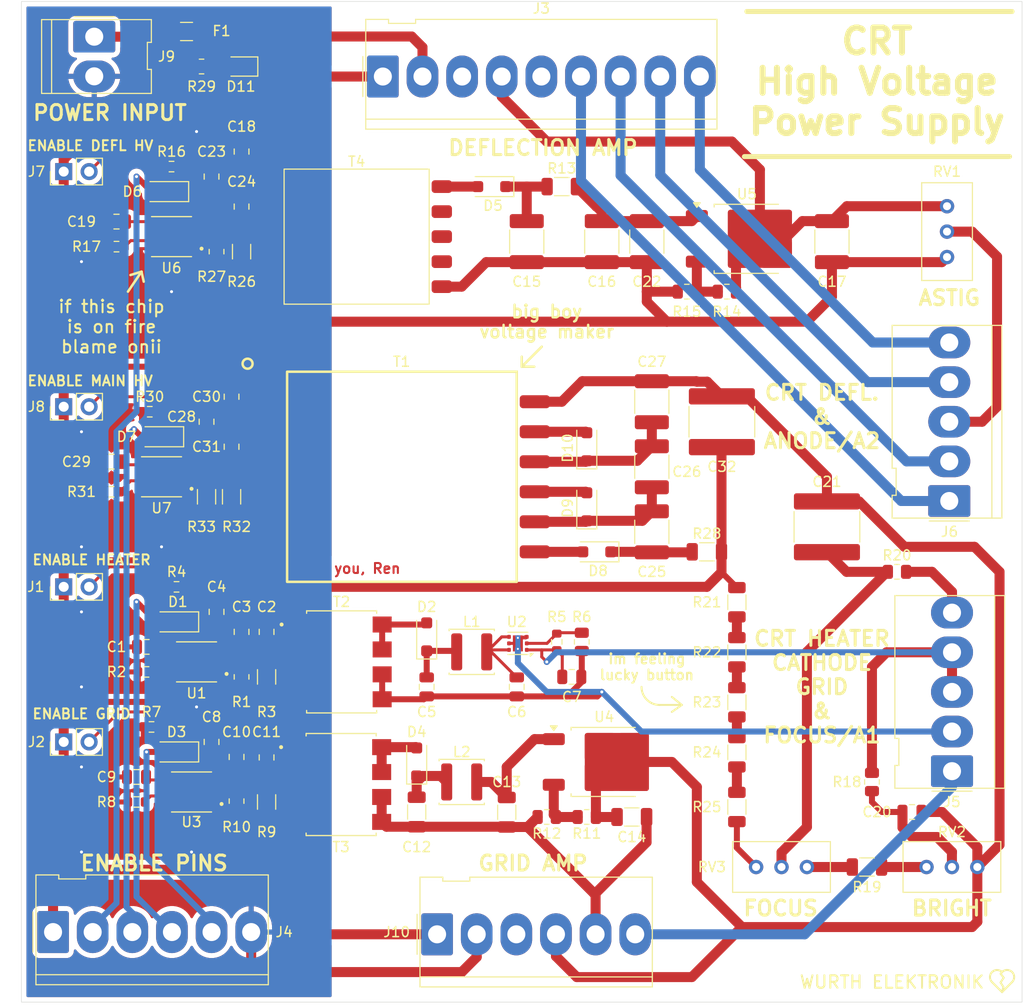
<source format=kicad_pcb>
(kicad_pcb (version 20241229) (generator "pcbnew") (generator_version "9.0")
  (layers (0 "F.Cu" signal) (2 "B.Cu" signal) (13 "F.Paste" user) (15 "B.Paste" user) (5 "F.SilkS" user "F.Silkscreen") (7 "B.SilkS" user "B.Silkscreen") (1 "F.Mask" user) (3 "B.Mask" user) (25 "Edge.Cuts" user))
  (net 0 "")
  (net 1 "Net-(U1-SS{slash}BIAS)")
  (net 2 "GND")
  (net 3 "+12V")
  (net 4 "Net-(C2-Pad2)")
  (net 5 "Net-(D2-K)")
  (net 6 "heater")
  (net 7 "Net-(U2-EN)")
  (net 8 "cathode")
  (net 9 "Net-(U3-SS{slash}BIAS)")
  (net 10 "Net-(C11-Pad2)")
  (net 11 "grid_supply")
  (net 12 "Net-(D4-K)")
  (net 13 "Net-(U4-IN)")
  (net 14 "-1500V")
  (net 15 "Net-(D5-K)")
  (net 16 "Net-(U5-IN)")
  (net 17 "+300V")
  (net 18 "Net-(U6-SS{slash}BIAS)")
  (net 19 "Net-(C20-Pad1)")
  (net 20 "Net-(C21-Pad1)")
  (net 21 "Net-(C24-Pad2)")
  (net 22 "Net-(D8-K)")
  (net 23 "Net-(D9-K)")
  (net 24 "Net-(D10-K)")
  (net 25 "Net-(U7-SS{slash}BIAS)")
  (net 26 "Net-(C31-Pad2)")
  (net 27 "/Filament Supply/ENABLE")
  (net 28 "Net-(D1-K)")
  (net 29 "Net-(D2-A)")
  (net 30 "Net-(D3-K)")
  (net 31 "/Grid Supply/ENABLE")
  (net 32 "Net-(D4-A)")
  (net 33 "Net-(D5-A)")
  (net 34 "Net-(D6-K)")
  (net 35 "/High Voltage Amp Supply/ENABLE")
  (net 36 "Net-(D7-K)")
  (net 37 "/Anode Supply/ENABLE")
  (net 38 "Net-(D8-A)")
  (net 39 "Net-(D9-A)")
  (net 40 "Net-(D10-A)")
  (net 41 "Net-(D11-A)")
  (net 42 "Net-(J9-Pin_1)")
  (net 43 "Net-(U1-SW)")
  (net 44 "Net-(U1-FB)")
  (net 45 "Net-(U1-RSET)")
  (net 46 "Net-(U2-FB)")
  (net 47 "Net-(U3-RSET)")
  (net 48 "Net-(U3-SW)")
  (net 49 "Net-(U3-FB)")
  (net 50 "Net-(U4-ADJ)")
  (net 51 "Net-(U5-ADJ)")
  (net 52 "Net-(U6-RSET)")
  (net 53 "Net-(R19-Pad1)")
  (net 54 "Net-(R19-Pad2)")
  (net 55 "focus")
  (net 56 "Net-(R21-Pad2)")
  (net 57 "Net-(R22-Pad2)")
  (net 58 "Net-(R23-Pad2)")
  (net 59 "Net-(R24-Pad2)")
  (net 60 "Net-(R25-Pad2)")
  (net 61 "Net-(U6-SW)")
  (net 62 "Net-(U6-FB)")
  (net 63 "Net-(U7-RSET)")
  (net 64 "Net-(U7-SW)")
  (net 65 "Net-(U7-FB)")
  (net 66 "anode")
  (net 73 "X2")
  (net 74 "Y2")
  (net 75 "Y1")
  (net 76 "X1")
  (net 77 "grid")
  (footprint "Capacitor_SMD:C_0805_2012Metric" (layer "F.Cu") (at 124 93.5 90)
    (property "Reference" "C30")
    (property "Value" "10u")
  )
  (footprint "Resistor_SMD:R_0805_2012Metric" (layer "F.Cu") (at 173.5 83 180)
    (property "Reference" "R14")
    (property "Value" "47k")
  )
  (footprint "Capacitor_SMD:C_0805_2012Metric" (layer "F.Cu") (at 124.5 129.5 90)
    (property "Reference" "C10")
    (property "Value" "10u")
  )
  (footprint "Capacitor_SMD:C_2225_5664Metric" (layer "F.Cu") (at 173 96 90)
    (property "Reference" "C32")
    (property "Value" "0.033u")
  )
  (footprint "Resistor_SMD:R_1206_3216Metric" (layer "F.Cu") (at 174.5 134.5 -90)
    (property "Reference" "R25")
    (property "Value" "500k")
  )
  (footprint "Resistor_SMD:R_1206_3216Metric" (layer "F.Cu") (at 121.5 103.5 90)
    (property "Reference" "R33")
    (property "Value" "500k")
  )
  (footprint "LM5180:SON80P400X400X80-9N" (layer "F.Cu") (at 120 133 180)
    (property "Reference" "U3")
    (property "Value" "LM5180QNGURQ1")
  )
  (footprint "YA9033-ALD:XFMR_YA9033-ALD" (layer "F.Cu") (at 135 120)
    (property "Reference" "T2")
    (property "Value" "YA9033-ALD")
  )
  (footprint "Connector_PinHeader_2.54mm:PinHeader_1x02_P2.54mm_Vertical" (layer "F.Cu") (at 107.225 128 90)
    (property "Reference" "J2")
    (property "Value" "ENABLE_OVERRIDE")
  )
  (footprint "Capacitor_SMD:C_0805_2012Metric" (layer "F.Cu") (at 112 99.99 180)
    (property "Reference" "C29")
    (property "Value" "47n")
  )
  (footprint "Resistor_SMD:R_0603_1608Metric" (layer "F.Cu") (at 112 103 180)
    (property "Reference" "R31")
    (property "Value" "12.1k")
  )
  (footprint "Capacitor_SMD:C_0805_2012Metric" (layer "F.Cu") (at 127.5 117 -90)
    (property "Reference" "C2")
    (property "Value" "270p")
  )
  (footprint "Capacitor_SMD:C_0805_2012Metric" (layer "F.Cu") (at 122.5 115 90)
    (property "Reference" "C4")
    (property "Value" "10u")
  )
  (footprint "Capacitor_SMD:C_1812_4532Metric" (layer "F.Cu") (at 166 107 90)
    (property "Reference" "C25")
    (property "Value" "0.22u")
  )
  (footprint "Resistor_SMD:R_1206_3216Metric" (layer "F.Cu") (at 157 72.5)
    (property "Reference" "R13")
    (property "Value" "220")
  )
  (footprint "LM5180:SON80P400X400X80-9N" (layer "F.Cu") (at 118 77.5 180)
    (property "Reference" "U6")
    (property "Value" "LM5180QNGURQ1")
  )
  (footprint "Diode_SMD:D_SOD-123F" (layer "F.Cu") (at 159.5 104.5 90)
    (property "Reference" "D9")
    (property "Value" "800V")
  )
  (footprint "Package_TO_SOT_SMD:TO-252-2" (layer "F.Cu") (at 175.54 77.72)
    (property "Reference" "U5")
    (property "Value" "LR8K4-G")
  )
  (footprint "Capacitor_SMD:C_1206_3216Metric" (layer "F.Cu") (at 164 135.5)
    (property "Reference" "C14")
    (property "Value" "2.2u")
  )
  (footprint "Capacitor_SMD:C_0805_2012Metric" (layer "F.Cu") (at 124 98.5 -90)
    (property "Reference" "C31")
    (property "Value" "270p")
  )
  (footprint "Diode_SMD:D_SOD-123F" (layer "F.Cu") (at 143.5 117.5 90)
    (property "Reference" "D2")
    (property "Value" "100V")
  )
  (footprint "Diode_SMD:D_SOD-123F" (layer "F.Cu") (at 117.5 73 180)
    (property "Reference" "D6")
    (property "Value" "100V")
  )
  (footprint "Capacitor_SMD:C_0805_2012Metric" (layer "F.Cu") (at 125 117 90)
    (property "Reference" "C3")
    (property "Value" "10u")
  )
  (footprint "Diode_SMD:D_SOD-123F" (layer "F.Cu") (at 160.5 109 180)
    (property "Reference" "D8")
    (property "Value" "800V")
  )
  (footprint "Connector_PinHeader_2.54mm:PinHeader_1x02_P2.54mm_Vertical" (layer "F.Cu") (at 107.225 112.5 90)
    (property "Reference" "J1")
    (property "Value" "ENABLE_OVERRIDE")
  )
  (footprint "13324-T087:13324-T087" (layer "F.Cu") (at 136.5 77.5)
    (property "Reference" "T4")
    (property "Value" "13324-T087")
  )
  (footprint "Resistor_SMD:R_0603_1608Metric" (layer "F.Cu") (at 114.5 134 180)
    (property "Reference" "R8")
    (property "Value" "12.1k")
  )
  (footprint "Capacitor_SMD:C_0805_2012Metric" (layer "F.Cu") (at 143.5 122.5 -90)
    (property "Reference" "C5")
    (property "Value" "10u")
  )
  (footprint "Connector_Molex:Molex_KK-396_5273-06A_1x06_P3.96mm_Vertical" (layer "F.Cu") (at 106.16 147)
    (property "Reference" "J4")
    (property "Value" "ENABLE_PORT")
  )
  (footprint "Resistor_SMD:R_0603_1608Metric" (layer "F.Cu") (at 112.5 78.5 180)
    (property "Reference" "R17")
    (property "Value" "12.1k")
  )
  (footprint "LED_SMD:LED_0805_2012Metric" (layer "F.Cu") (at 124.9375 60.5 180)
    (property "Reference" "D11")
    (property "Value" "LED")
  )
  (footprint "Capacitor_SMD:C_1812_4532Metric" (layer "F.Cu") (at 184 78 90)
    (property "Reference" "C17")
    (property "Value" "0.22u")
  )
  (footprint "Resistor_SMD:R_1206_3216Metric" (layer "F.Cu") (at 171.5 109)
    (property "Reference" "R28")
    (property "Value" "10k")
  )
  (footprint "Capacitor_SMD:C_0805_2012Metric" (layer "F.Cu") (at 122 128 90)
    (property "Reference" "C8")
    (property "Value" "10u")
  )
  (footprint "Resistor_SMD:R_1206_3216Metric" (layer "F.Cu") (at 125 79 -90)
    (property "Reference" "R26")
    (property "Value" "100" (hide yes))
  )
  (footprint "Capacitor_SMD:C_0805_2012Metric" (layer "F.Cu") (at 122 71.5 90)
    (property "Reference" "C23")
    (property "Value" "10u")
  )
  (footprint "Capacitor_SMD:C_0805_2012Metric" (layer "F.Cu") (at 127.5 129.55 -90)
    (property "Reference" "C11")
    (property "Value" "270p")
  )
  (footprint "Inductor_SMD:L_APV_ANR4018" (layer "F.Cu") (at 148 119)
    (property "Reference" "L1")
    (property "Value" "10uH")
  )
  (footprint "Package_SON:WSON-6-1EP_2x2mm_P0.65mm_EP1x1.6mm_ThermalVias" (layer "F.Cu") (at 152.6125 118.15 180)
    (property "Reference" "U2")
    (property "Value" "TLV76701DRVx")
  )
  (footprint "Capacitor_SMD:C_1812_4532Metric" (layer "F.Cu") (at 166 94 90)
    (property "Reference" "C27")
    (property "Value" "0.22u")
  )
  (footprint "Diode_SMD:D_SOD-123F" (layer "F.Cu") (at 142.5 130 90)
    (property "Reference" "D4")
    (property "Value" "100V")
  )
  (footprint "Package_TO_SOT_SMD:TO-252-2" (layer "F.Cu") (at 161.24 130)
    (property "Reference" "U4")
    (property "Value" "LR12K4-G")
  )
  (footprint "Potentiometer_THT:Potentiometer_Bourns_3296W_Vertical" (layer "F.Cu") (at 193.45 140.5 180)
    (property "Reference" "RV2")
    (property "Value" "100k")
  )
  (footprint "Diode_SMD:D_SOD-123F" (layer "F.Cu") (at 118.5 129 180)
    (property "Reference" "D3")
    (property "Value" "100V")
  )
  (footprint "Capacitor_SMD:C_1812_4532Metric" (layer "F.Cu") (at 153.5 78 -90)
    (property "Reference" "C15")
    (property "Value" "0.22u")
  )
  (footprint "Potentiometer_THT:Potentiometer_Bourns_3296W_Vertical" (layer "F.Cu") (at 195.5 74.46 90)
    (property "Reference" "RV1")
    (property "Value" "500k")
  )
  (footprint "Connector_Molex:Molex_KK-396_5273-02A_1x02_P3.96mm_Vertical" (layer "F.Cu") (at 110.275 57.52 -90)
    (property "Reference" "J9")
    (property "Value" "POWER INPUT")
  )
  (footprint "Capacitor_SMD:C_1812_4532Metric" (layer "F.Cu") (at 161 78 90)
    (property "Reference" "C16")
    (property "Value" "0.22u")
  )
  (footprint "Resistor_SMD:R_0805_2012Metric" (layer "F.Cu") (at 121 60.5 180)
    (property "Reference" "R29")
    (property "Value" "2.2k")
  )
  (footprint "Resistor_SMD:R_1206_3216Metric" (layer "F.Cu") (at 174.5 114.0375 -90)
    (property "Reference" "R21")
    (property "Value" "500k")
  )
  (footprint "Fuse:Fuse_1206_3216Metric" (layer "F.Cu") (at 119.5 57 180)
    (property "Reference" "F1")
    (property "Value" "3A")
  )
  (footprint "Capacitor_SMD:C_1206_3216Metric" (layer "F.Cu") (at 151.5 135.025 -90)
    (property "Reference" "C13")
    (property "Value" "2.2u")
  )
  (footprint "Resistor_SMD:R_0805_2012Metric" (layer "F.Cu") (at 188 132 90)
    (property "Reference" "R18")
    (property "Value" "2.2k")
  )
  (footprint "Resistor_SMD:R_1206_3216Metric" (layer "F.Cu") (at 174.5 124.0375 -90)
    (property "Reference" "R23")
    (property "Value" "500k")
  )
  (footprint "Capacitor_SMD:C_0805_2012Metric" (layer "F.Cu") (at 112.5 76 180)
    (property "Reference" "C19")
    (property "Value" "47n")
  )
  (footprint "Connector_PinHeader_2.54mm:PinHeader_1x02_P2.54mm_Vertical" (layer "F.Cu") (at 107.225 94.5 90)
    (property "Reference" "J8")
    (property "Value" "ENABLE_OVERRIDE")
  )
  (footprint "Diode_SMD:D_SOD-123F" (layer "F.Cu") (at 117 97.5 180)
    (property "Reference" "D7")
    (property "Value" "100V")
  )
  (footprint "Connector_Molex:Molex_KK-396_5273-05A_1x05_P3.96mm_Vertical" (layer "F.Cu") (at 195.725 103.92 90)
    (property "Reference" "J6")
    (property "Value" "Conn_01x05_Pin")
  )
  (footprint "Resistor_SMD:R_0805_2012Metric" (layer "F.Cu") (at 159 118 -90)
    (property "Reference" "R6")
    (property "Value" "1.6k")
  )
  (footprint "0399-T208:0399-T208" (layer "F.Cu") (at 141 101.5 -90)
    (property "Reference" "T1")
    (property "Value" "0399-T208")
  )
  (footprint "Inductor_SMD:L_APV_ANR4018" (layer "F.Cu") (at 147 132)
    (property "Reference" "L2")
    (property "Value" "10uH")
  )
  (footprint "Capacitor_SMD:C_1812_4532Metric" (layer "F.Cu") (at 165.5 78 90)
    (property "Reference" "C22")
    (property "Value" "0.22u")
  )
  (footprint "Capacitor_SMD:C_0805_2012Metric" (layer "F.Cu") (at 125 74.5 -90)
    (property "Reference" "C24")
    (property "Value" "270p" (hide yes))
  )
  (footprint "YA9033-ALD:XFMR_YA9033-ALD" (layer "F.Cu") (at 134.95 132.255)
    (property "Reference" "T3")
    (property "Value" "YA9037-ALD")
  )
  (footprint "Resistor_SMD:R_0603_1608Metric" (layer "F.Cu") (at 118 70.5 180)
    (property "Reference" "R16")
    (property "Value" "12.1k")
  )
  (footprint "Resistor_SMD:R_1206_3216Metric" (layer "F.Cu") (at 127.5 121.5 -90)
    (property "Reference" "R3")
    (property "Value" "100")
  )
  (footprint "Resistor_SMD:R_0603_1608Metric" (layer "F.Cu") (at 118.5 112.5 180)
    (property "Reference" "R4")
    (property "Value" "12.1k")
  )
  (footprint "Resistor_SMD:R_0603_1608Metric" (layer "F.Cu") (at 115.825 95 180)
    (property "Reference" "R30")
    (property "Value" "12.1k")
  )
  (footprint "Connector_PinHeader_2.54mm:PinHeader_1x02_P2.54mm_Vertical" (layer "F.Cu") (at 107.225 71 90)
    (property "Reference" "J7")
    (property "Value" "ENABLE_OVERRIDE")
  )
  (footprint "Capacitor_SMD:C_1206_3216Metric" (layer "F.Cu") (at 142.5 135 -90)
    (property "Reference" "C12")
    (property "Value" "2.2u")
  )
  (footprint "Capacitor_SMD:C_1812_4532Metric" (layer "F.Cu") (at 166 100.5 90)
    (property "Reference" "C26")
    (property "Value" "0.22u")
  )
  (footprint "Capacitor_SMD:C_0805_2012Metric" (layer "F.Cu") (at 158 121.5)
    (property "Reference" "C7")
    (property "Value" "10u")
  )
  (footprint "Connector_Molex:Molex_KK-396_5273-06A_1x06_P3.96mm_Vertical" (layer "F.Cu") (at 144.54 147.225)
    (property "Reference" "J10")
    (property "Value" "Conn_01x06_Pin")
  )
  (footprint "Resistor_SMD:R_0805_2012Metric" (layer "F.Cu") (at 122.5 79 90)
    (property "Reference" "R27")
    (property "Value" "324k")
  )
  (footprint "Resistor_SMD:R_0805_2012Metric" (layer "F.Cu") (at 169.5 83 180)
    (property "Reference" "R15")
    (property "Value" "698k")
  )
  (footprint "Resistor_SMD:R_0805_2012Metric" (layer "F.Cu") (at 125 121.5 90)
    (property "Reference" "R1")
    (property "Value" "160k")
  )
  (footprint "Resistor_SMD:R_1206_3216Metric" (layer "F.Cu") (at 174.5 119.0375 -90)
    (property "Reference" "R22")
    (property "Value" "500k")
  )
  (footprint "Resistor_SMD:R_1206_3216Metric" (layer "F.Cu") (at 174.5 129.0375 -90)
    (property "Reference" "R24")
    (property "Value" "500k")
  )
  (footprint "Capacitor_SMD:C_2225_5664Metric" (layer "F.Cu") (at 183.5 106.5 90)
    (property "Reference" "C21")
    (property "Value" "0.033u")
  )
  (footprint "Resistor_SMD:R_1206_3216Metric" (layer "F.Cu") (at 187.5 140.5)
    (property "Reference" "R19")
    (property "Value" "249k")
  )
  (footprint "Connector_Molex:Molex_KK-396_5273-05A_1x05_P3.96mm_Vertical" (layer "F.Cu") (at 196 130.92 90)
    (property "Reference" "J5")
    (property "Value" "Conn_01x05_Pin")
  )
  (footprint "Resistor_SMD:R_0603_1608Metric" (layer "F.Cu") (at 156.5 118 90)
    (property "Reference" "R5")
    (property "Value" "12.1k")
  )
  (footprint "Resistor_SMD:R_1206_3216Metric" (layer "F.Cu") (at 127.5 134 -90)
    (property "Reference" "R9")
    (property "Value" "100")
  )
  (footprint "Resistor_SMD:R_0805_2012Metric" (layer "F.Cu") (at 190.5 111)
    (property "Reference" "R20")
    (property "Value" "2.2k")
  )
  (footprint "Capacitor_SMD:C_0805_2012Metric" (layer "F.Cu") (at 115.5 118.5 180)
    (property "Reference" "C1")
    (property "Value" "47n")
  )
  (footprint "Capacitor_SMD:C_0805_2012Metric" (layer "F.Cu") (at 125 69 90)
    (property "Reference" "C18")
    (property "Value" "10u")
  )
  (footprint "Capacitor_SMD:C_0805_2012Metric" (layer "F.Cu") (at 121.5 96 90)
    (property "Reference" "C28")
    (property "Value" "10u")
  )
  (footprint "Capacitor_SMD:C_0805_2012Metric" (layer "F.Cu") (at 152.5 122.5 -90)
    (property "Reference" "C6")
    (property "Value" "10u")
  )
  (footprint "Capacitor_SMD:C_0805_2012Metric" (layer "F.Cu") (at 114.5 131.5 180)
    (property "Reference" "C9")
    (property "Value" "47n")
  )
  (footprint "Resistor_SMD:R_0603_1608Metric" (layer "F.Cu") (at 115.5 121 180)
    (property "Reference" "R2")
    (property "Value" "12.1k")
  )
  (footprint "Resistor_SMD:R_0603_1608Metric" (layer "F.Cu") (at 116 126.5 180)
    (property "Reference" "R7")
    (property "Value" "12.1k")
  )
  (footprint "Diode_SMD:D_SOD-123F" (layer "F.Cu") (at 150 72.5 180)
    (property "Reference" "D5")
    (property "Value" "800V")
  )
  (footprint "Potentiometer_THT:Potentiometer_Bourns_3296W_Vertical" (layer "F.Cu") (at 176.42 140.5 180)
    (property "Reference" "RV3")
    (property "Value" "500k")
  )
  (footprint "Resistor_SMD:R_1206_3216Metric" (layer "F.Cu") (at 124 103.5 -90)
    (property "Reference" "R32")
    (property "Value" "100")
  )
  (footprint "Connector_Molex:Molex_KK-396_5273-09A_1x09_P3.96mm_Vertical" (layer "F.Cu") (at 139.12 61.5)
    (property "Reference" "J3")
    (property "Value" "Conn_01x09_Pin")
  )
  (footprint "LM5180:SON80P400X400X80-9N" (layer "F.Cu") (at 120.5 120 180)
    (property "Reference" "U1")
    (property "Value" "LM5180QNGURQ1")
  )
  (footprint "Diode_SMD:D_SOD-123F" (layer "F.Cu") (at 118.5 116 180)
    (property "Reference" "D1")
    (property "Value" "100V")
  )
  (footprint "Resistor_SMD:R_0805_2012Metric" (layer "F.Cu") (at 155.5 135.5 180)
    (property "Reference" "R12")
    (property "Value" "2.2k")
  )
  (footprint "Resistor_SMD:R_0805_2012Metric" (layer "F.Cu") (at 124.5 133.9125 90)
    (property "Reference" "R10")
    (property "Value" "250k")
  )
  (footprint "Capacitor_SMD:C_0805_2012Metric" (layer "F.Cu") (at 192 135)
    (property "Reference" "C20")
    (property "Value" "47n")
  )
  (footprint "Resistor_SMD:R_0805_2012Metric" (layer "F.Cu") (at 159.5 135.5 180)
    (property "Reference" "R11")
    (property "Value" "100k")
  )
  (footprint "Diode_SMD:D_SOD-123F" (layer "F.Cu") (at 159.5 98.5 90)
    (property "Reference" "D10")
    (property "Value" "800V")
  )
  (footprint "LM5180:SON80P400X400X80-9N" (layer "F.Cu") (at 117 101.5 180)
    (property "Reference" "U7")
    (property "Value" "LM5180QNGURQ1")
  )
  (gr_line (start 169 124.302776) (end 168 123.5) (stroke (width 0.1)) (layer "F.SilkS"))
  (gr_line (start 200.867158 151.171587) (end 201.164206 151.562731) (stroke (width 0.2)) (layer "F.SilkS"))
  (gr_arc (start 200 152) (mid 200 151) (end 201 151) (stroke (width 0.2)) (layer "F.SilkS"))
  (gr_line (start 201 153) (end 201.999999 151.999999) (stroke (width 0.2)) (layer "F.SilkS"))
  (gr_arc (start 201 151.000002) (mid 201.999999 151) (end 201.999999 151.999999) (stroke (width 0.2)) (layer "F.SilkS"))
  (gr_line (start 201.136531 152.490774) (end 201 153) (stroke (width 0.2)) (layer "F.SilkS"))
  (gr_line (start 154.25 90.5) (end 153 90.5) (stroke (width 0.1)) (layer "F.SilkS"))
  (gr_arc (start 166.774755 124.302776) (mid 165.5 123.774755) (end 164.971979 122.5) (stroke (width 0.2)) (layer "F.SilkS"))
  (gr_line (start 115 81) (end 113.899735 81.33741) (stroke (width 0.25)) (layer "F.SilkS"))
  (gr_line (start 169 124.302776) (end 168 125) (stroke (width 0.2)) (layer "F.SilkS"))
  (gr_line (start 201 151) (end 200.867158 151.171587) (stroke (width 0.2)) (layer "F.SilkS"))
  (gr_line (start 153 90.5) (end 154.25 90.5) (stroke (width 0.25)) (layer "F.SilkS"))
  (gr_line (start 200.852398 152.04428) (end 201.136531 152.490774) (stroke (width 0.2)) (layer "F.SilkS"))
  (gr_line (start 175.5 55) (end 202 55) (stroke (width 0.5)) (layer "F.SilkS"))
  (gr_line (start 201 153) (end 200 152) (stroke (width 0.2)) (layer "F.SilkS"))
  (gr_line (start 115 81) (end 115.222087 82) (stroke (width 0.25)) (layer "F.SilkS"))
  (gr_line (start 168 123.5) (end 169 124.302776) (stroke (width 0.2)) (layer "F.SilkS"))
  (gr_line (start 155 88.5) (end 153 90.5) (stroke (width 0.25)) (layer "F.SilkS"))
  (gr_line (start 153 90.5) (end 153 89.5) (stroke (width 0.25)) (layer "F.SilkS"))
  (gr_line (start 175.25 69.5) (end 201.75 69.5) (stroke (width 0.5)) (layer "F.SilkS"))
  (gr_line (start 113.64622 83) (end 115 81) (stroke (width 0.25)) (layer "F.SilkS"))
  (gr_line (start 201.164206 151.562731) (end 200.852398 152.04428) (stroke (width 0.2)) (layer "F.SilkS"))
  (gr_line (start 166.7748 124.302776) (end 169 124.302776) (stroke (width 0.2)) (layer "F.SilkS"))
  (gr_rect (start 103 54) (end 203 154) (stroke (width 0.05)) (fill no) (layer "Edge.Cuts"))
  (gr_text "fuck you, Ren " (at 130.25 111.25 0) (layer "F.Cu") (effects (font (size 1 1) (thickness 0.2) (bold yes)) (justify left bottom)))
  (gr_text "POWER INPUT" (at 104 66 0) (layer "F.SilkS") (effects (font (size 1.5 1.5) (thickness 0.3) (bold yes)) (justify left bottom)))
  (gr_text "DEFLECTION AMP" (at 145.5 69.5 0) (layer "F.SilkS") (effects (font (size 1.5 1.5) (thickness 0.3) (bold yes)) (justify left bottom)))
  (gr_text "ENABLE HEATER\n\n" (at 104 112 0) (layer "F.SilkS") (effects (font (size 1 1) (thickness 0.2) (bold yes)) (justify left bottom)))
  (gr_text "if this chip\nis on fire\n blame onii " (at 112 86.5 0) (layer "F.SilkS") (effects (font (size 1.25 1.25) (thickness 0.2))))
  (gr_text "ENABLE DEFL HV" (at 103.5 69 0) (layer "F.SilkS") (effects (font (size 1 1) (thickness 0.2) (bold yes)) (justify left bottom)))
  (gr_text "CRT HEATER\nCATHODE\nGRID\n&\nFOCUS/A1" (at 183 122.5 0) (layer "F.SilkS") (effects (font (size 1.5 1.5) (thickness 0.3) (bold yes))))
  (gr_text "ENABLE PINS" (at 108.75 141 0) (layer "F.SilkS") (effects (font (size 1.5 1.5) (thickness 0.3) (bold yes)) (justify left bottom)))
  (gr_text "ASTIG" (at 192.5 84.5 0) (layer "F.SilkS") (effects (font (size 1.5 1.5) (thickness 0.3) (bold yes)) (justify left bottom)))
  (gr_text "ENABLE MAIN HV\n" (at 103.5 92.5 0) (layer "F.SilkS") (effects (font (size 1 1) (thickness 0.2) (bold yes)) (justify left bottom)))
  (gr_text "CRT DEFL.\n&\nANODE/A2" (at 183 95.5 0) (layer "F.SilkS") (effects (font (size 1.5 1.5) (thickness 0.3) (bold yes))))
  (gr_text "FOCUS\n" (at 175 145.5 0) (layer "F.SilkS") (effects (font (size 1.5 1.5) (thickness 0.3) (bold yes)) (justify left bottom)))
  (gr_text "BRIGHT" (at 191.814347 145.5 0) (layer "F.SilkS") (effects (font (size 1.5 1.5) (thickness 0.3) (bold yes)) (justify left bottom)))
  (gr_text "GRID AMP\n" (at 148.5 141 0) (layer "F.SilkS") (effects (font (size 1.5 1.5) (thickness 0.3) (bold yes)) (justify left bottom)))
  (gr_text "WURTH ELEKTRONIK" (at 190 152 0) (layer "F.SilkS") (effects (font (size 1.25 1.25) (thickness 0.2))))
  (gr_text "im feeling\nlucky button" (at 165.5 120.5 0) (layer "F.SilkS") (effects (font (size 1 1) (thickness 0.2) (bold yes))))
  (gr_text "ENABLE GRID\n\n\n" (at 104 129 0) (layer "F.SilkS") (effects (font (size 1 1) (thickness 0.2) (bold yes)) (justify left bottom)))
  (gr_text "big boy\nvoltage maker" (at 155.5 86 0) (layer "F.SilkS") (effects (font (size 1.25 1.25) (thickness 0.25) (bold yes))))
  (gr_text "CRT\nHigh Voltage\nPower Supply" (at 188.5 62 0) (layer "F.SilkS") (effects (font (size 2.5 2.5) (thickness 0.6) (bold yes))))
  (segment (start 118.565 118.8) (end 116.75 118.8) (width 0.3) (layer "F.Cu") (net 1))
  (segment (start 116.75 118.8) (end 116.45 118.5) (width 0.3) (layer "F.Cu") (net 1))
  (segment (start 161 80.05) (end 165.5 80.05) (width 1) (layer "F.Cu") (net 2))
  (segment (start 172.9625 109) (end 172.9625 98.575) (width 1) (layer "F.Cu") (net 2))
  (segment (start 125.96 149.96) (end 125.96 147) (width 1) (layer "F.Cu") (net 2))
  (segment (start 168.5875 83) (end 165.5 83) (width 1) (layer "F.Cu") (net 2))
  (segment (start 194.99 80.05) (end 195.5 79.54) (width 1) (layer "F.Cu") (net 2))
  (segment (start 143.08 58.58) (end 142 57.5) (width 1) (layer "F.Cu") (net 2))
  (segment (start 143.08 61.5) (end 143.08 58.58) (width 1) (layer "F.Cu") (net 2))
  (segment (start 147 151) (end 127 151) (width 1) (layer "F.Cu") (net 2))
  (segment (start 184 80.05) (end 184 83.5) (width 1) (layer "F.Cu") (net 2))
  (segment (start 184 80.05) (end 194.99 80.05) (width 1) (layer "F.Cu") (net 2))
  (segment (start 181.5 86) (end 167.5 86) (width 1) (layer "F.Cu") (net 2))
  (segment (start 153.5 80.05) (end 161 80.05) (width 1) (layer "F.Cu") (net 2))
  (segment (start 147 82.5) (end 149.45 80.05) (width 1) (layer "F.Cu") (net 2))
  (segment (start 127 151) (end 125.96 149.96) (width 1) (layer "F.Cu") (net 2))
  (segment (start 148.5 149.5) (end 147 151) (width 1) (layer "F.Cu") (net 2))
  (segment (start 165.5 83) (end 165.5 81.5) (width 1) (layer "F.Cu") (net 2))
  (segment (start 171.5 112.5) (end 125 112.5) (width 1) (layer "F.Cu") (net 2))
  (segment (start 123.45 114.05) (end 122.5 114.05) (width 1) (layer "F.Cu") (net 2))
  (segment (start 148.5 147.225) (end 148.5 149.5) (width 1) (layer "F.Cu") (net 2))
  (segment (start 172.9625 111.0375) (end 172.9625 109) (width 1) (layer "F.Cu") (net 2))
  (segment (start 149.45 80.05) (end 153.5 80.05) (width 1) (layer "F.Cu") (net 2))
  (segment (start 124 89.5) (end 124 92.55) (width 1) (layer "F.Cu") (net 2))
  (segment (start 165.5 84) (end 165.5 83) (width 1) (layer "F.Cu") (net 2))
  (segment (start 125 112.5) (end 123.45 114.05) (width 1) (layer "F.Cu") (net 2))
  (segment (start 167.5 86) (end 127.5 86) (width 1) (layer "F.Cu") (net 2))
  (segment (start 184 83.5) (end 181.5 86) (width 1) (layer "F.Cu") (net 2))
  (segment (start 128.875 57.5) (end 125.875 60.5) (width 1) (layer "F.Cu") (net 2))
  (segment (start 165.5 81.5) (end 165.5 80.05) (width 1) (layer "F.Cu") (net 2))
  (segment (start 172.9625 98.575) (end 173 98.5375) (width 1) (layer "F.Cu") (net 2))
  (segment (start 167.5 86) (end 165.5 84) (width 1) (layer "F.Cu") (net 2))
  (segment (start 174.5 112.575) (end 172.9625 111.0375) (width 0.6) (layer "F.Cu") (net 2))
  (segment (start 142 57.5) (end 128.875 57.5) (width 1) (layer "F.Cu") (net 2))
  (segment (start 127.5 86) (end 124 89.5) (width 1) (layer "F.Cu") (net 2))
  (segment (start 171.5 112.5) (end 172.9625 111.0375) (width 1) (layer "F.Cu") (net 2))
  (segment (start 145.01 82.5) (end 147 82.5) (width 1) (layer "F.Cu") (net 2))
  (via (at 109 139) (size 0.6) (drill 0.3) (layers "F.Cu" "B.Cu") (net 2))
  (via (at 118 83) (size 0.6) (drill 0.3) (layers "F.Cu" "B.Cu") (net 2))
  (via (at 109 89) (size 0.6) (drill 0.3) (layers "F.Cu" "B.Cu") (net 2))
  (via (at 109 122.5) (size 0.6) (drill 0.3) (layers "F.Cu" "B.Cu") (net 2))
  (via (at 120.5 67) (size 0.6) (drill 0.3) (layers "F.Cu" "B.Cu") (net 2))
  (via (at 120.5 124.5) (size 0.6) (drill 0.3) (layers "F.Cu" "B.Cu") (net 2))
  (via (at 109 80) (size 0.6) (drill 0.3) (layers "F.Cu" "B.Cu") (net 2))
  (via (at 120 139) (size 0.6) (drill 0.3) (layers "F.Cu" "B.Cu") (net 2))
  (via (at 109 115) (size 0.6) (drill 0.3) (layers "F.Cu" "B.Cu") (net 2))
  (via (at 109 97) (size 0.6) (drill 0.3) (layers "F.Cu" "B.Cu") (net 2))
  (via (at 117 108.5) (size 0.6) (drill 0.3) (layers "F.Cu" "B.Cu") (net 2))
  (via (at 109 108.5) (size 0.6) (drill 0.3) (layers "F.Cu" "B.Cu") (net 2))
  (via (at 109 130.5) (size 0.6) (drill 0.3) (layers "F.Cu" "B.Cu") (net 2))
  (segment (start 127.05 69.95) (end 127.5 69.5) (width 0.6) (layer "F.Cu") (net 3))
  (segment (start 107.225 71) (end 107.225 90.5) (width 1) (layer "F.Cu") (net 3))
  (segment (start 127.5 69.5) (end 127.5 65.5) (width 0.6) (layer "F.Cu") (net 3))
  (segment (start 117 64.5) (end 116.54375 64.04375) (width 1) (layer "F.Cu") (net 3))
  (segment (start 139.12 61.5) (end 129.5 61.5) (width 1) (layer "F.Cu") (net 3))
  (segment (start 122.435 119.6) (end 123.35 119.6) (width 0.6) (layer "F.Cu") (net 3))
  (segment (start 127.7 97) (end 124.55 97) (width 1) (layer "F.Cu") (net 3))
  (segment (start 124.5 130.45) (end 125.05 130.45) (width 0.6) (layer "F.Cu") (net 3))
  (segment (start 107.225 94.5) (end 107.225 110) (width 1) (layer "F.Cu") (net 3))
  (segment (start 123.9 72.45) (end 122 72.45) (width 0.6) (layer "F.Cu") (net 3))
  (segment (start 107.225 128) (end 107.225 140.775) (width 1) (layer "F.Cu") (net 3))
  (segment (start 122 128.95) (end 122 129.5) (width 0.6) (layer "F.Cu") (net 3))
  (segment (start 125.05 117.95) (end 126.95 116.05) (width 0.6) (layer "F.Cu") (net 3))
  (segment (start 125 73.55) (end 123.9 72.45) (width 0.6) (layer "F.Cu") (net 3))
  (segment (start 116.54375 64.04375) (end 120.0875 60.5) (width 1) (layer "F.Cu") (net 3))
  (segment (start 107.225 124) (end 107.225 128) (width 1) (layer "F.Cu") (net 3))
  (segment (start 121 97.45) (end 121.5 96.95) (width 0.6) (layer "F.Cu") (net 3))
  (segment (start 130.95 116.265) (end 127.715 116.265) (width 0.6) (layer "F.Cu") (net 3))
  (segment (start 125 117.95) (end 125.05 117.95) (width 0.6) (layer "F.Cu") (net 3))
  (segment (start 125 69.95) (end 127.05 69.95) (width 0.6) (layer "F.Cu") (net 3))
  (segment (start 124.5 130.5112) (end 124.5 130.45) (width 0.6) (layer "F.Cu") (net 3))
  (segment (start 129.5 61.5) (end 126.5 64.5) (width 1) (layer "F.Cu") (net 3))
  (segment (start 107.225 140.775) (end 106.16 141.84) (width 1) (layer "F.Cu") (net 3))
  (segment (start 120.0875 60.5) (end 120.0875 57.8125) (width 1) (layer "F.Cu") (net 3))
  (segment (start 120.5 111.5) (end 118.849 109.849) (width 0.6) (layer "F.Cu") (net 3))
  (segment (start 122 128.95) (end 117.05 124) (width 0.6) (layer "F.Cu") (net 3))
  (segment (start 127.715 116.265) (end 127.5 116.05) (width 0.6) (layer "F.Cu") (net 3))
  (segment (start 122 75.5112) (end 122 72.45) (width 0.6) (layer "F.Cu") (net 3))
  (segment (start 127.275 140.775) (end 107.225 140.775) (width 1) (layer "F.Cu") (net 3))
  (segment (start 120.4112 77.1) (end 122 75.5112) (width 0.6) (layer "F.Cu") (net 3))
  (segment (start 107.1 70.875) (end 107.225 71) (width 1) (layer "F.Cu") (net 3))
  (segment (start 124 97.55) (end 124 94.45) (width 0.6) (layer "F.Cu") (net 3))
  (segment (start 123.4 96.95) (end 124 97.55) (width 0.6) (layer "F.Cu") (net 3))
  (segment (start 118.849 109.849) (end 107.376 109.849) (width 0.6) (layer "F.Cu") (net 3))
  (segment (start 127.99 72.5) (end 126.05 72.5) (width 0.6) (layer "F.Cu") (net 3))
  (segment (start 130.82 128.6) (end 130.9 128.52) (width 0.6) (layer "F.Cu") (net 3))
  (segment (start 124.55 97) (end 124 97.55) (width 1) (layer "F.Cu") (net 3))
  (segment (start 112.5115 68.076) (end 108.924 68.076) (width 1) (layer "F.Cu") (net 3))
  (segment (start 119.9 101.1) (end 121 100) (width 0.6) (layer "F.Cu") (net 3))
  (segment (start 121.5 96.95) (end 120.95 96.95) (width 0.6) (layer "F.Cu") (net 3))
  (segment (start 123.35 119.6) (end 125 117.95) (width 0.6) (layer "F.Cu") (net 3))
  (segment (start 126.05 72.5) (end 125 73.55) (width 0.6) (layer "F.Cu") (net 3))
  (segment (start 120.95 96.95) (end 119.5 95.5) (width 0.6) (layer "F.Cu") (net 3))
  (segment (start 107.376 109.849) (end 107.225 110) (width 0.6) (layer "F.Cu") (net 3))
  (segment (start 126.9 128.6) (end 127.5 128.6) (width 0.6) (layer "F.Cu") (net 3))
  (segment (start 119.5 95.5) (end 119.5 93.5) (width 0.6) (layer "F.Cu") (net 3))
  (segment (start 119.935 77.1) (end 120.4112 77.1) (width 0.6) (layer "F.Cu") (net 3))
  (segment (start 122 129.5) (end 122.95 130.45) (width 0.6) (layer "F.Cu") (net 3))
  (segment (start 122.4112 132.6) (end 124.5 130.5112) (width 0.6) (layer "F.Cu") (net 3))
  (segment (start 127.5 65.5) (end 126.5 64.5) (width 0.6) (layer "F.Cu") (net 3))
  (segment (start 116.54375 64.04375) (end 112.5115 68.076) (width 1) (layer "F.Cu") (net 3))
  (segment (start 107.225 90.5) (end 107.225 94.5) (width 1) (layer "F.Cu") (net 3))
  (segment (start 121.5 96.95) (end 123.4 96.95) (width 0.6) (layer "F.Cu") (net 3))
  (segment (start 124.5 117.95) (end 122.5 115.95) (width 0.6) (layer "F.Cu") (net 3))
  (segment (start 133.725 147.225) (end 127.275 140.775) (width 1) (layer "F.Cu") (net 3))
  (segment (start 120.5 113.95) (end 120.5 111.5) (width 0.6) (layer "F.Cu") (net 3))
  (segment (start 122.95 130.45) (end 124.5 130.45) (width 0.6) (layer "F.Cu") (net 3))
  (segment (start 107.225 69.775) (end 107.225 71) (width 1) (layer "F.Cu") (net 3))
  (segment (start 121.935 132.6) (end 122.4112 132.6) (width 0.6) (layer "F.Cu") (net 3))
  (segment (start 108.924 68.076) (end 107.225 69.775) (width 1) (layer "F.Cu") (net 3))
  (segment (start 126.5 64.5) (end 117 64.5) (width 1) (layer "F.Cu") (net 3))
  (segment (start 117.05 124) (end 107.225 124) (width 0.6) (layer "F.Cu") (net 3))
  (segment (start 107.225 110) (end 107.225 112.5) (width 1) (layer "F.Cu") (net 3))
  (segment (start 125.05 130.45) (end 126.9 128.6) (width 0.6) (layer "F.Cu") (net 3))
  (segment (start 122.5 115.95) (end 120.5 113.95) (width 0.6) (layer "F.Cu") (net 3))
  (segment (start 116.5 90.5) (end 107.225 90.5) (width 0.6) (layer "F.Cu") (net 3))
  (segment (start 127.5 128.6) (end 130.82 128.6) (width 0.6) (layer "F.Cu") (net 3))
  (segment (start 121 100) (end 121 97.45) (width 0.6) (layer "F.Cu") (net 3))
  (segment (start 120.0875 57.8125) (end 120.9 57) (width 1) (layer "F.Cu") (net 3))
  (segment (start 125 73.55) (end 125 69.95) (width 0.6) (layer "F.Cu") (net 3))
  (segment (start 126.95 116.05) (end 127.5 116.05) (width 0.6) (layer "F.Cu") (net 3))
  (segment (start 118.935 101.1) (end 119.9 101.1) (width 0.6) (layer "F.Cu") (net 3))
  (segment (start 119.5 93.5) (end 116.5 90.5) (width 0.6) (layer "F.Cu") (net 3))
  (segment (start 144.54 147.225) (end 133.725 147.225) (width 1) (layer "F.Cu") (net 3))
  (segment (start 125 117.95) (end 124.5 117.95) (width 0.6) (layer "F.Cu") (net 3))
  (segment (start 107.225 112.5) (end 107.225 124) (width 1) (layer "F.Cu") (net 3))
  (segment (start 106.16 141.84) (end 106.16 147) (width 1) (layer "F.Cu") (net 3))
  (segment (start 127.5 117.95) (end 127.5 120.0375) (width 0.6) (layer "F.Cu") (net 4))
  (segment (start 143.5 118.9) (end 143.5 121.55) (width 0.6) (layer "F.Cu") (net 5))
  (segment (start 143.5 118.9) (end 146.4 118.9) (width 0.6) (layer "F.Cu") (net 5))
  (segment (start 146.4 118.9) (end 146.5 119) (width 0.6) (layer "F.Cu") (net 5))
  (segment (start 143.215 123.735) (end 143.5 123.45) (width 0.6) (layer "F.Cu") (net 6))
  (segment (start 152.6125 117.6) (end 153.4 117.6) (width 0.3) (layer "F.Cu") (net 6))
  (segment (start 152.5 123.45) (end 155 123.45) (width 0.6) (layer "F.Cu") (net 6))
  (segment (start 157.55 123.45) (end 158.95 122.05) (width 0.6) (layer "F.Cu") (net 6))
  (segment (start 153.5 117.5) (end 153.2625 117.5) (width 0.3) (layer "F.Cu") (net 6))
  (segment (start 153.4 117.6) (end 153.5 117.5) (width 0.3) (layer "F.Cu") (net 6))
  (segment (start 157.55 123.45) (end 160.55 123.45) (width 0.6) (layer "F.Cu") (net 6))
  (segment (start 159 118.9125) (end 159 121.45) (width 0.6) (layer "F.Cu") (net 6))
  (segment (start 160.55 123.45) (end 161 123) (width 0.6) (layer "F.Cu") (net 6))
  (segment (start 143.5 123.45) (end 152.5 123.45) (width 0.6) (layer "F.Cu") (net 6))
  (segment (start 151.725 118.15) (end 152.6125 118.15) (width 0.3) (layer "F.Cu") (net 6))
  (segment (start 155 123.45) (end 157.55 123.45) (width 0.6) (layer "F.Cu") (net 6))
  (segment (start 139.05 121.245) (end 139.05 123.735) (width 0.6) (layer "F.Cu") (net 6))
  (segment (start 139.05 123.735) (end 143.215 123.735) (width 0.6) (layer "F.Cu") (net 6))
  (segment (start 159 121.45) (end 158.95 121.5) (width 0.6) (layer "F.Cu") (net 6))
  (segment (start 158.95 122.05) (end 158.95 121.5) (width 0.6) (layer "F.Cu") (net 6))
  (via (at 161 123) (size 0.6) (drill 0.3) (layers "F.Cu" "B.Cu") (net 6))
  (segment (start 161 123) (end 155.5 123) (width 0.6) (layer "B.Cu") (net 6))
  (segment (start 152.6125 120.1125) (end 152.6125 118.7) (width 0.6) (layer "B.Cu") (net 6))
  (segment (start 155.5 123) (end 152.6125 120.1125) (width 0.6) (layer "B.Cu") (net 6))
  (segment (start 196 126.96) (end 164.96 126.96) (width 0.6) (layer "B.Cu") (net 6))
  (segment (start 164.96 126.96) (end 161 123) (width 0.6) (layer "B.Cu") (net 6))
  (segment (start 152.5 121.55) (end 149.95 119) (width 0.3) (layer "F.Cu") (net 7))
  (segment (start 149.7 118.8) (end 149.5 119) (width 0.3) (layer "F.Cu") (net 7))
  (segment (start 151.725 117.5) (end 151 117.5) (width 0.3) (layer "F.Cu") (net 7))
  (segment (start 149.95 119) (end 149.5 119) (width 0.3) (layer "F.Cu") (net 7))
  (segment (start 151 117.5) (end 149.5 119) (width 0.3) (layer "F.Cu") (net 7))
  (segment (start 151.725 118.8) (end 149.7 118.8) (width 0.3) (layer "F.Cu") (net 7))
  (segment (start 153.5 118.8) (end 155 118.8) (width 0.3) (layer "F.Cu") (net 8))
  (segment (start 156.475 118.8) (end 156.5 118.825) (width 0.3) (layer "F.Cu") (net 8))
  (segment (start 189.46 119.04) (end 196 119.04) (width 1) (layer "F.Cu") (net 8))
  (segment (start 157.05 121.5) (end 157.05 119.375) (width 0.3) (layer "F.Cu") (net 8))
  (segment (start 188 120.5) (end 188 131.0875) (width 1) (layer "F.Cu") (net 8))
  (segment (start 155 119.5) (end 155.5 120) (width 0.3) (layer "F.Cu") (net 8))
  (segment (start 155 118.8) (end 155 119.5) (width 0.3) (layer "F.Cu") (net 8))
  (segment (start 157.05 119.375) (end 156.5 118.825) (width 0.3) (layer "F.Cu") (net 8))
  (segment (start 196 119.04) (end 196 123) (width 1) (layer "F.Cu") (net 8))
  (segment (start 155 118.8) (end 156.475 118.8) (width 0.3) (layer "F.Cu") (net 8))
  (segment (start 189.46 119.04) (end 188 120.5) (width 1) (layer "F.Cu") (net 8))
  (via (at 155.5 120) (size 0.6) (drill 0.3) (layers "F.Cu" "B.Cu") (net 8))
  (segment (start 156.46 119.04) (end 155.5 120) (width 0.6) (layer "B.Cu") (net 8))
  (segment (start 196 119.04) (end 156.46 119.04) (width 0.6) (layer "B.Cu") (net 8))
  (segment (start 118.065 131.8) (end 115.75 131.8) (width 0.3) (layer "F.Cu") (net 9))
  (segment (start 115.75 131.8) (end 115.45 131.5) (width 0.3) (layer "F.Cu") (net 9))
  (segment (start 127.5 132.5375) (end 127.5 130.5) (width 0.6) (layer "F.Cu") (net 10))
  (segment (start 153.5875 136.5) (end 154.5875 135.5) (width 1) (layer "F.Cu") (net 11))
  (segment (start 160.2075 143.12) (end 160.38 143.12) (width 1) (layer "F.Cu") (net 11))
  (segment (start 165.475 135.5) (end 165.475 138.025) (width 1) (layer "F.Cu") (net 11))
  (segment (start 139.485 136.475) (end 139 135.99) (width 1) (layer "F.Cu") (net 11))
  (segment (start 165.475 138.025) (end 160.38 143.12) (width 1) (layer "F.Cu") (net 11))
  (segment (start 153.5875 136.5) (end 160.2075 143.12) (width 1) (layer "F.Cu") (net 11))
  (segment (start 142.5 136.475) (end 139.485 136.475) (width 1) (layer "F.Cu") (net 11))
  (segment (start 151.5 136.5) (end 153.5875 136.5) (width 1) (layer "F.Cu") (net 11))
  (segment (start 160.38 143.12) (end 160.38 147.225) (width 1) (layer "F.Cu") (net 11))
  (segment (start 139 133.5) (end 139 135.99) (width 1) (layer "F.Cu") (net 11))
  (segment (start 142.5 136.475) (end 151.475 136.475) (width 1) (layer "F.Cu") (net 11))
  (segment (start 151.475 136.475) (end 151.5 136.5) (width 1) (layer "F.Cu") (net 11))
  (segment (start 142.5 132) (end 142.5 131.4) (width 1) (layer "F.Cu") (net 12))
  (segment (start 142.5 132) (end 143.1 131.4) (width 1) (layer "F.Cu") (net 12))
  (segment (start 143.1 131.4) (end 144.9 131.4) (width 1) (layer "F.Cu") (net 12))
  (segment (start 142.5 133.525) (end 142.5 132) (width 1) (layer "F.Cu") (net 12))
  (segment (start 144.9 131.4) (end 145.5 132) (width 1) (layer "F.Cu") (net 12))
  (segment (start 151.5 133.55) (end 151.5 130.5) (width 1) (layer "F.Cu") (net 13))
  (segment (start 154.28 127.72) (end 156.2 127.72) (width 1) (layer "F.Cu") (net 13))
  (segment (start 148.5 132) (end 149.95 132) (width 1) (layer "F.Cu") (net 13))
  (segment (start 149.95 132) (end 151.5 133.55) (width 1) (layer "F.Cu") (net 13))
  (segment (start 151.5 130.5) (end 154.28 127.72) (width 1) (layer "F.Cu") (net 13))
  (segment (start 198.53 138.53) (end 195 135) (width 1) (layer "F.Cu") (net 14))
  (segment (start 198.53 140.5) (end 198.53 138.53) (width 1) (layer "F.Cu") (net 14))
  (segment (start 175 146.5) (end 198 146.5) (width 1) (layer "F.Cu") (net 14))
  (segment (start 200.75 138.28) (end 198.53 140.5) (width 1) (layer "F.Cu") (net 14))
  (segment (start 168 130) (end 162.5 130) (width 1) (layer "F.Cu") (net 14))
  (segment (start 160.4125 135.5) (end 162.525 135.5) (width 1) (layer "F.Cu") (net 14))
  (segment (start 156.42 149.42) (end 158.5 151.5) (width 1) (layer "F.Cu") (net 14))
  (segment (start 160.4125 135.5) (end 160.4125 131.9375) (width 1) (layer "F.Cu") (net 14))
  (segment (start 156.42 147.225) (end 156.42 149.42) (width 1) (layer "F.Cu") (net 14))
  (segment (start 186.7125 103.9625) (end 191.25 108.5) (width 1) (layer "F.Cu") (net 14))
  (segment (start 191.25 108.5) (end 198.25 108.5) (width 1) (layer "F.Cu") (net 14))
  (segment (start 157 94) (end 159.05 91.95) (width 1) (layer "F.Cu") (net 14))
  (segment (start 170.5 132.5) (end 168 130) (width 1) (layer "F.Cu") (net 14))
  (segment (start 198 146.5) (end 198.53 145.97) (width 1) (layer "F.Cu") (net 14))
  (segment (start 158.5 151.5) (end 170 151.5) (width 1) (layer "F.Cu") (net 14))
  (segment (start 175 146.5) (end 170.5 142) (width 1) (layer "F.Cu") (net 14))
  (segment (start 183.5 103.9625) (end 183.5 101.5) (width 1) (layer "F.Cu") (net 14))
  (segment (start 170 151.5) (end 175 146.5) (width 1) (layer "F.Cu") (net 14))
  (segment (start 170.5 92) (end 170.45 91.95) (width 1) (layer "F.Cu") (net 14))
  (segment (start 198.53 145.97) (end 198.53 140.5) (width 1) (layer "F.Cu") (net 14))
  (segment (start 183.5 103.9625) (end 186.7125 103.9625) (width 1) (layer "F.Cu") (net 14))
  (segment (start 160.4125 131.9375) (end 160.825 131.525) (width 1) (layer "F.Cu") (net 14))
  (segment (start 200.75 111) (end 200.75 138.28) (width 1) (layer "F.Cu") (net 14))
  (segment (start 159.05 91.95) (end 166 91.95) (width 1) (layer "F.Cu") (net 14))
  (segment (start 170.45 91.95) (end 166 91.95) (width 1) (layer "F.Cu") (net 14))
  (segment (start 170.5 142) (end 170.5 132.5) (width 1) (layer "F.Cu") (net 14))
  (segment (start 195 135) (end 192.95 135) (width 1) (layer "F.Cu") (net 14))
  (segment (start 198.25 108.5) (end 200.75 111) (width 1) (layer "F.Cu") (net 14))
  (segment (start 175.4625 93.4625) (end 173 93.4625) (width 1) (layer "F.Cu") (net 14))
  (segment (start 154.3 94) (end 157 94) (width 1) (layer "F.Cu") (net 14))
  (segment (start 173 93.4625) (end 171.5375 92) (width 1) (layer "F.Cu") (net 14))
  (segment (start 171.5375 92) (end 170.5 92) (width 1) (layer "F.Cu") (net 14))
  (segment (start 183.5 101.5) (end 175.4625 93.4625) (width 1) (layer "F.Cu") (net 14))
  (segment (start 153.5 72.5) (end 155.5375 72.5) (width 1) (layer "F.Cu") (net 15))
  (segment (start 151.4 72.5) (end 153.5 72.5) (width 1) (layer "F.Cu") (net 15))
  (segment (start 153.5 75.95) (end 153.5 72.5) (width 1) (layer "F.Cu") (net 15))
  (segment (start 161 75) (end 161 75.95) (width 1) (layer "F.Cu") (net 16))
  (segment (start 158.4625 72.5) (end 160.4625 74.5) (width 1) (layer "F.Cu") (net 16))
  (segment (start 161 75.95) (end 165.5 75.95) (width 1) (layer "F.Cu") (net 16))
  (segment (start 160.5 74.5) (end 161 75) (width 1) (layer "F.Cu") (net 16))
  (segment (start 165.5 75.95) (end 169.99 75.95) (width 1) (layer "F.Cu") (net 16))
  (segment (start 169.99 75.95) (end 170.5 75.44) (width 1) (layer "F.Cu") (net 16))
  (segment (start 160.4625 74.5) (end 160.5 74.5) (width 1) (layer "F.Cu") (net 16))
  (segment (start 185.49 74.46) (end 184 75.95) (width 1) (layer "F.Cu") (net 17))
  (segment (start 195.5 74.46) (end 185.49 74.46) (width 1) (layer "F.Cu") (net 17))
  (segment (start 176.8 70.8) (end 176.8 77.72) (width 1) (layer "F.Cu") (net 17))
  (segment (start 151 61.5) (end 151 63.5) (width 1) (layer "F.Cu") (net 17))
  (segment (start 174.4125 83) (end 174.4125 79.9575) (width 1) (layer "F.Cu") (net 17))
  (segment (start 176.8 77.72) (end 179.28 77.72) (width 1) (layer "F.Cu") (net 17))
  (segment (start 179.28 77.72) (end 181.05 75.95) (width 1) (layer "F.Cu") (net 17))
  (segment (start 155.5 68) (end 174 68) (width 1) (layer "F.Cu") (net 17))
  (segment (start 174 68) (end 176.8 70.8) (width 1) (layer "F.Cu") (net 17))
  (segment (start 151 63.5) (end 155.5 68) (width 1) (layer "F.Cu") (net 17))
  (segment (start 181.05 75.95) (end 184 75.95) (width 1) (layer "F.Cu") (net 17))
  (segment (start 174.4125 79.9575) (end 175.125 79.245) (width 1) (layer "F.Cu") (net 17))
  (segment (start 113.45 76) (end 115.765 76) (width 0.3) (layer "F.Cu") (net 18))
  (segment (start 115.765 76) (end 116.065 76.3) (width 0.3) (layer "F.Cu") (net 18))
  (segment (start 192 137.5) (end 191.05 136.55) (width 1) (layer "F.Cu") (net 19))
  (segment (start 189 135) (end 188 134) (width 0.6) (layer "F.Cu") (net 19))
  (segment (start 191.05 136.55) (end 191.05 135) (width 1) (layer "F.Cu") (net 19))
  (segment (start 188 134) (end 188 132.9125) (width 0.6) (layer "F.Cu") (net 19))
  (segment (start 195.99 139.01) (end 196 139) (width 1) (layer "F.Cu") (net 19))
  (segment (start 194.5 137.5) (end 192 137.5) (width 1) (layer "F.Cu") (net 19))
  (segment (start 195.99 140.5) (end 195.99 139.01) (width 1) (layer "F.Cu") (net 19))
  (segment (start 196 139) (end 194.5 137.5) (width 1) (layer "F.Cu") (net 19))
  (segment (start 191.05 135) (end 189 135) (width 0.6) (layer "F.Cu") (net 19))
  (segment (start 178.96 139.04) (end 181.5 136.5) (width 1) (layer "F.Cu") (net 20))
  (segment (start 185.4625 111) (end 183.5 109.0375) (width 1) (layer "F.Cu") (net 20))
  (segment (start 189.5875 111) (end 185.4625 111) (width 1) (layer "F.Cu") (net 20))
  (segment (start 181.5 136.5) (end 181.5 119) (width 1) (layer "F.Cu") (net 20))
  (segment (start 178.96 140.5) (end 178.96 139.04) (width 1) (layer "F.Cu") (net 20))
  (segment (start 189.5 111) (end 189.5875 111) (width 1) (layer "F.Cu") (net 20))
  (segment (start 181.5 119) (end 189.5 111) (width 1) (layer "F.Cu") (net 20))
  (segment (start 125 77.5375) (end 125 75.45) (width 0.6) (layer "F.Cu") (net 21))
  (segment (start 166 109.05) (end 169.9875 109.05) (width 1) (layer "F.Cu") (net 22))
  (segment (start 169.9875 109.05) (end 170.0375 109) (width 1) (layer "F.Cu") (net 22))
  (segment (start 165.95 109) (end 166 109.05) (width 1) (layer "F.Cu") (net 22))
  (segment (start 161.9 109) (end 165.95 109) (width 1) (layer "F.Cu") (net 22))
  (segment (start 165.05 105.9) (end 166 104.95) (width 1) (layer "F.Cu") (net 23))
  (segment (start 154.3 106) (end 159.4 106) (width 1) (layer "F.Cu") (net 23))
  (segment (start 159.4 106) (end 159.5 105.9) (width 1) (layer "F.Cu") (net 23))
  (segment (start 159.5 105.9) (end 165.05 105.9) (width 1) (layer "F.Cu") (net 23))
  (segment (start 166 102.55) (end 166 104.95) (width 1) (layer "F.Cu") (net 23))
  (segment (start 159.5 99.9) (end 164.55 99.9) (width 1) (layer "F.Cu") (net 24))
  (segment (start 159.4 100) (end 159.5 99.9) (width 1) (layer "F.Cu") (net 24))
  (segment (start 164.55 99.9) (end 166 98.45) (width 1) (layer "F.Cu") (net 24))
  (segment (start 154.3 100) (end 159.4 100) (width 1) (layer "F.Cu") (net 24))
  (segment (start 166 96.05) (end 166 98.45) (width 1) (layer "F.Cu") (net 24))
  (segment (start 113.26 100.3) (end 112.95 99.99) (width 0.3) (layer "F.Cu") (net 25))
  (segment (start 115.065 100.3) (end 113.26 100.3) (width 0.3) (layer "F.Cu") (net 25))
  (segment (start 124 99.45) (end 124 102.0375) (width 1) (layer "F.Cu") (net 26))
  (segment (start 116.5 116) (end 114.5 114) (width 0.6) (layer "F.Cu") (net 27))
  (segment (start 117.1 116) (end 116.5 116) (width 0.6) (layer "F.Cu") (net 27))
  (via (at 114.5 114) (size 0.6) (drill 0.3) (layers "F.Cu" "B.Cu") (net 27))
  (segment (start 114.5 114) (end 114.5 143.46) (width 0.6) (layer "B.Cu") (net 27))
  (segment (start 114.5 143.46) (end 118.04 147) (width 0.6) (layer "B.Cu") (net 27))
  (segment (start 119.325 115.425) (end 119.9 116) (width 0.3) (layer "F.Cu") (net 28))
  (segment (start 122.435 117.935) (end 120.5 116) (width 0.3) (layer "F.Cu") (net 28))
  (segment (start 118.5 110.5) (end 119.325 111.325) (width 0.3) (layer "F.Cu") (net 28))
  (segment (start 111.765 110.5) (end 118.5 110.5) (width 0.3) (layer "F.Cu") (net 28))
  (segment (start 109.765 112.5) (end 111.765 110.5) (width 0.3) (layer "F.Cu") (net 28))
  (segment (start 119.325 112.5) (end 119.325 115.425) (width 0.3) (layer "F.Cu") (net 28))
  (segment (start 120.5 116) (end 119.9 116) (width 0.3) (layer "F.Cu") (net 28))
  (segment (start 119.325 111.325) (end 119.325 112.5) (width 0.3) (layer "F.Cu") (net 28))
  (segment (start 122.435 118.8) (end 122.435 117.935) (width 0.3) (layer "F.Cu") (net 28))
  (segment (start 143.335 116.265) (end 143.5 116.1) (width 0.6) (layer "F.Cu") (net 29))
  (segment (start 139.05 116.265) (end 143.335 116.265) (width 0.6) (layer "F.Cu") (net 29))
  (segment (start 139.05 118.755) (end 139.05 116.265) (width 0.6) (layer "F.Cu") (net 29))
  (segment (start 112.765 125) (end 116 125) (width 0.3) (layer "F.Cu") (net 30))
  (segment (start 116 125) (end 116.825 125.825) (width 0.3) (layer "F.Cu") (net 30))
  (segment (start 121.935 131.435) (end 121.935 131.8) (width 0.3) (layer "F.Cu") (net 30))
  (segment (start 116.825 125.825) (end 116.825 126.5) (width 0.3) (layer "F.Cu") (net 30))
  (segment (start 119.9 129) (end 119.9 128.4) (width 0.3) (layer "F.Cu") (net 30))
  (segment (start 118 126.5) (end 116.825 126.5) (width 0.3) (layer "F.Cu") (net 30))
  (segment (start 119.9 129) (end 119.9 129.4) (width 0.3) (layer "F.Cu") (net 30))
  (segment (start 119.9 129.4) (end 121.935 131.435) (width 0.3) (layer "F.Cu") (net 30))
  (segment (start 109.765 128) (end 112.765 125) (width 0.3) (layer "F.Cu") (net 30))
  (segment (start 119.9 128.4) (end 118 126.5) (width 0.3) (layer "F.Cu") (net 30))
  (segment (start 115.5 129) (end 117.1 129) (width 0.6) (layer "F.Cu") (net 31))
  (via (at 115.5 129) (size 0.6) (drill 0.3) (layers "F.Cu" "B.Cu") (net 31))
  (segment (start 115.5 139.5) (end 122 146) (width 0.6) (layer "B.Cu") (net 31))
  (segment (start 122 146) (end 122 147) (width 0.6) (layer "B.Cu") (net 31))
  (segment (start 115.5 129) (end 115.5 139.5) (width 0.6) (layer "B.Cu") (net 31))
  (segment (start 142.42 128.52) (end 142.5 128.6) (width 1) (layer "F.Cu") (net 32))
  (segment (start 139 128.52) (end 142.42 128.52) (width 1) (layer "F.Cu") (net 32))
  (segment (start 139 131.01) (end 139 128.52) (width 1) (layer "F.Cu") (net 32))
  (segment (start 145.01 72.5) (end 148.6 72.5) (width 1) (layer "F.Cu") (net 33))
  (segment (start 111.765 69) (end 109.765 71) (width 0.3) (layer "F.Cu") (net 34))
  (segment (start 118.825 70.5) (end 118.825 72.925) (width 0.3) (layer "F.Cu") (net 34))
  (segment (start 119.935 74.935) (end 118.9 73.9) (width 0.3) (layer "F.Cu") (net 34))
  (segment (start 118.825 70.5) (end 118.825 69.325) (width 0.3) (layer "F.Cu") (net 34))
  (segment (start 118.9 73.9) (end 118.9 73) (width 0.3) (layer "F.Cu") (net 34))
  (segment (start 118.5 69) (end 111.765 69) (width 0.3) (layer "F.Cu") (net 34))
  (segment (start 118.825 69.325) (end 118.5 69) (width 0.3) (layer "F.Cu") (net 34))
  (segment (start 118.825 72.925) (end 118.9 73) (width 0.3) (layer "F.Cu") (net 34))
  (segment (start 119.935 76.3) (end 119.935 74.935) (width 0.3) (layer "F.Cu") (net 34))
  (segment (start 116.1 73) (end 116 73) (width 0.6) (layer "F.Cu") (net 35))
  (segment (start 116 73) (end 114.5 71.5) (width 0.6) (layer "F.Cu") (net 35))
  (via (at 114.5 71.5) (size 0.6) (drill 0.3) (layers "F.Cu" "B.Cu") (net 35))
  (segment (start 110.12 146.48) (end 110.12 147) (width 0.6) (layer "B.Cu") (net 35))
  (segment (start 112.5 97) (end 112.5 144.1) (width 0.6) (layer "B.Cu") (net 35))
  (segment (start 114.5 95) (end 112.5 97) (width 0.6) (layer "B.Cu") (net 35))
  (segment (start 112.5 144.1) (end 110.12 146.48) (width 0.6) (layer "B.Cu") (net 35))
  (segment (start 114.5 71.5) (end 114.5 95) (width 0.6) (layer "B.Cu") (net 35))
  (segment (start 118.4 95.4) (end 118.4 97.5) (width 0.3) (layer "F.Cu") (net 36))
  (segment (start 118.935 100.065) (end 118.4 99.53) (width 0.3) (layer "F.Cu") (net 36))
  (segment (start 118 95) (end 118.4 95.4) (width 0.3) (layer "F.Cu") (net 36))
  (segment (start 116.65 95) (end 116.65 94.15) (width 0.3) (layer "F.Cu") (net 36))
  (segment (start 116.65 94.15) (end 116 93.5) (width 0.3) (layer "F.Cu") (net 36))
  (segment (start 116 93.5) (end 110.765 93.5) (width 0.3) (layer "F.Cu") (net 36))
  (segment (start 118.935 100.3) (end 118.935 100.065) (width 0.3) (layer "F.Cu") (net 36))
  (segment (start 110.765 93.5) (end 109.765 94.5) (width 0.3) (layer "F.Cu") (net 36))
  (segment (start 116.65 95) (end 118 95) (width 0.3) (layer "F.Cu") (net 36))
  (segment (start 118.4 99.53) (end 118.4 97.5) (width 0.3) (layer "F.Cu") (net 36))
  (segment (start 114.25 96.75) (end 115 97.5) (width 0.6) (layer "F.Cu") (net 37))
  (segment (start 115 97.5) (end 115.6 97.5) (width 0.6) (layer "F.Cu") (net 37))
  (via (at 114.25 96.75) (size 0.6) (drill 0.3) (layers "F.Cu" "B.Cu") (net 37))
  (segment (start 113.5 144.5) (end 114.08 145.08) (width 0.6) (layer "B.Cu") (net 37))
  (segment (start 114.25 96.75) (end 113.5 97.5) (width 0.6) (layer "B.Cu") (net 37))
  (segment (start 114.08 145.08) (end 114.08 147) (width 0.6) (layer "B.Cu") (net 37))
  (segment (start 113.5 97.5) (end 113.5 144.5) (width 0.6) (layer "B.Cu") (net 37))
  (segment (start 154.3 109) (end 159.1 109) (width 1) (layer "F.Cu") (net 38))
  (segment (start 154.3 103) (end 159.4 103) (width 1) (layer "F.Cu") (net 39))
  (segment (start 159.4 103) (end 159.5 103.1) (width 1) (layer "F.Cu") (net 39))
  (segment (start 154.3 97) (end 159.4 97) (width 1) (layer "F.Cu") (net 40))
  (segment (start 159.4 97) (end 159.5 97.1) (width 1) (layer "F.Cu") (net 40))
  (segment (start 121.9125 60.5) (end 124 60.5) (width 0.6) (layer "F.Cu") (net 41))
  (segment (start 117.58 57.52) (end 118.1 57) (width 1) (layer "F.Cu") (net 42))
  (segment (start 110.275 57.52) (end 117.58 57.52) (width 1) (layer "F.Cu") (net 42))
  (segment (start 123.6475 122.4125) (end 122.435 121.2) (width 0.6) (layer "F.Cu") (net 43))
  (segment (start 130.95 123.735) (end 128.2725 123.735) (width 0.6) (layer "F.Cu") (net 43))
  (segment (start 125 122.4125) (end 123.6475 122.4125) (width 0.6) (layer "F.Cu") (net 43))
  (segment (start 125.55 122.9625) (end 125 122.4125) (width 0.6) (layer "F.Cu") (net 43))
  (segment (start 128.2725 123.735) (end 127.5 122.9625) (width 0.6) (layer "F.Cu") (net 43))
  (segment (start 127.5 122.9625) (end 125.55 122.9625) (width 0.6) (layer "F.Cu") (net 43))
  (segment (start 122.435 120.4) (end 124.8125 120.4) (width 0.3) (layer "F.Cu") (net 44))
  (segment (start 124.8125 120.4) (end 125 120.5875) (width 0.3) (layer "F.Cu") (net 44))
  (segment (start 118.565 120.4) (end 116.925 120.4) (width 0.3) (layer "F.Cu") (net 45))
  (segment (start 116.925 120.4) (end 116.325 121) (width 0.3) (layer "F.Cu") (net 45))
  (segment (start 153.5 118.15) (end 155.525 118.15) (width 0.3) (layer "F.Cu") (net 46))
  (segment (start 155.525 118.15) (end 156.5 117.175) (width 0.3) (layer "F.Cu") (net 46))
  (segment (start 159 117.0875) (end 156.5875 117.0875) (width 0.3) (layer "F.Cu") (net 46))
  (segment (start 156.5875 117.0875) (end 156.5 117.175) (width 0.3) (layer "F.Cu") (net 46))
  (segment (start 115.925 133.4) (end 115.325 134) (width 0.3) (layer "F.Cu") (net 47))
  (segment (start 118.065 133.4) (end 115.925 133.4) (width 0.3) (layer "F.Cu") (net 47))
  (segment (start 125.1375 135.4625) (end 124.5 134.825) (width 0.6) (layer "F.Cu") (net 48))
  (segment (start 128.0275 135.99) (end 127.5 135.4625) (width 0.6) (layer "F.Cu") (net 48))
  (segment (start 130.9 135.99) (end 128.0275 135.99) (width 0.6) (layer "F.Cu") (net 48))
  (segment (start 124.5 134.825) (end 122.56 134.825) (width 0.6) (layer "F.Cu") (net 48))
  (segment (start 127.5 135.4625) (end 125.1375 135.4625) (width 0.6) (layer "F.Cu") (net 48))
  (segment (start 122.56 134.825) (end 121.935 134.2) (width 0.6) (layer "F.Cu") (net 48))
  (segment (start 124.1 133.4) (end 124.5 133) (width 0.3) (layer "F.Cu") (net 49))
  (segment (start 121.935 133.4) (end 124.1 133.4) (width 0.3) (layer "F.Cu") (net 49))
  (segment (start 156.4125 135.5) (end 158.5875 135.5) (width 1) (layer "F.Cu") (net 50))
  (segment (start 156.2 132.28) (end 156.2 135.2875) (width 1) (layer "F.Cu") (net 50))
  (segment (start 156.2 135.2875) (end 156.4125 135.5) (width 1) (layer "F.Cu") (net 50))
  (segment (start 170.5 82.9125) (end 170.4125 83) (width 1) (layer "F.Cu") (net 51))
  (segment (start 172.5875 83) (end 170.4125 83) (width 1) (layer "F.Cu") (net 51))
  (segment (start 170.5 80) (end 170.5 82.9125) (width 1) (layer "F.Cu") (net 51))
  (segment (start 113.925 77.9) (end 113.325 78.5) (width 0.3) (layer "F.Cu") (net 52))
  (segment (start 116.065 77.9) (end 113.925 77.9) (width 0.3) (layer "F.Cu") (net 52))
  (segment (start 186.0375 140.5) (end 181.5 140.5) (width 1) (layer "F.Cu") (net 53))
  (segment (start 193.45 140.5) (end 188.9625 140.5) (width 1) (layer "F.Cu") (net 54))
  (segment (start 194 111) (end 196 113) (width 1) (layer "F.Cu") (net 55))
  (segment (start 191.4125 111) (end 194 111) (width 1) (layer "F.Cu") (net 55))
  (segment (start 196 113) (end 196 115.08) (width 1) (layer "F.Cu") (net 55))
  (segment (start 174.5 115.5) (end 174.5 117.575) (width 1) (layer "F.Cu") (net 56))
  (segment (start 174.5 120.5) (end 174.5 122.575) (width 1) (layer "F.Cu") (net 57))
  (segment (start 174.5 125.5) (end 174.5 127.575) (width 1) (layer "F.Cu") (net 58))
  (segment (start 174.5 130.5) (end 174.5 133.0375) (width 1) (layer "F.Cu") (net 59))
  (segment (start 174.5 138.58) (end 176.42 140.5) (width 0.6) (layer "F.Cu") (net 60))
  (segment (start 174.5 135.9625) (end 174.5 138.58) (width 0.6) (layer "F.Cu") (net 60))
  (segment (start 127.5 77.5) (end 127.99 77.5) (width 0.6) (layer "F.Cu") (net 61))
  (segment (start 120.4125 79.9125) (end 122.5 79.9125) (width 0.6) (layer "F.Cu") (net 61))
  (segment (start 119.935 78.7) (end 119.935 79.435) (width 0.6) (layer "F.Cu") (net 61))
  (segment (start 122.5 79.9125) (end 122.5 80) (width 0.6) (layer "F.Cu") (net 61))
  (segment (start 123.0375 80.4625) (end 125 80.4625) (width 0.6) (layer "F.Cu") (net 61))
  (segment (start 122.5 80) (end 123 80.5) (width 0.6) (layer "F.Cu") (net 61))
  (segment (start 119.935 79.435) (end 120.4125 79.9125) (width 0.6) (layer "F.Cu") (net 61))
  (segment (start 125 80.4625) (end 125 80) (width 0.6) (layer "F.Cu") (net 61))
  (segment (start 125 80) (end 127.5 77.5) (width 0.6) (layer "F.Cu") (net 61))
  (segment (start 123 80.5) (end 123.0375 80.4625) (width 0.6) (layer "F.Cu") (net 61))
  (segment (start 122.3125 77.9) (end 122.5 78.0875) (width 0.3) (layer "F.Cu") (net 62))
  (segment (start 119.935 77.9) (end 122.3125 77.9) (width 0.3) (layer "F.Cu") (net 62))
  (segment (start 115.065 101.9) (end 113.925 101.9) (width 0.3) (layer "F.Cu") (net 63))
  (segment (start 113.925 101.9) (end 112.825 103) (width 0.3) (layer "F.Cu") (net 63))
  (segment (start 125.0375 106) (end 124 104.9625) (width 1) (layer "F.Cu") (net 64))
  (segment (start 118.935 102.7) (end 119.2375 102.7) (width 0.6) (layer "F.Cu") (net 64))
  (segment (start 124 104.9625) (end 121.5 104.9625) (width 1) (layer "F.Cu") (net 64))
  (segment (start 127.7 106) (end 125.0375 106) (width 1) (layer "F.Cu") (net 64))
  (segment (start 119.2375 102.7) (end 121.5 104.9625) (width 0.6) (layer "F.Cu") (net 64))
  (segment (start 118.935 101.9) (end 121.3625 101.9) (width 0.3) (layer "F.Cu") (net 65))
  (segment (start 121.3625 101.9) (end 121.5 102.0375) (width 0.3) (layer "F.Cu") (net 65))
  (segment (start 200.5 94.5) (end 200.5 79.5) (width 1) (layer "F.Cu") (net 66))
  (segment (start 198 77) (end 195.5 77) (width 1) (layer "F.Cu") (net 66))
  (segment (start 195.725 96) (end 199 96) (width 1) (layer "F.Cu") (net 66))
  (segment (start 199 96) (end 200.5 94.5) (width 1) (layer "F.Cu") (net 66))
  (segment (start 200.5 79.5) (end 198 77) (width 1) (layer "F.Cu") (net 66))
  (segment (start 162.88 61.5) (end 162.88 71.38) (width 1) (layer "B.Cu") (net 73))
  (segment (start 191.46 99.96) (end 195.725 99.96) (width 1) (layer "B.Cu") (net 73))
  (segment (start 162.88 71.38) (end 191.46 99.96) (width 1) (layer "B.Cu") (net 73))
  (segment (start 170.8 61.5) (end 170.8 70.8) (width 1) (layer "B.Cu") (net 74))
  (segment (start 188.08 88.08) (end 195.725 88.08) (width 1) (layer "B.Cu") (net 74))
  (segment (start 170.8 70.8) (end 188.08 88.08) (width 1) (layer "B.Cu") (net 74))
  (segment (start 166.84 71.34) (end 166.84 61.5) (width 1) (layer "B.Cu") (net 75))
  (segment (start 195.725 92.04) (end 187.54 92.04) (width 1) (layer "B.Cu") (net 75))
  (segment (start 187.54 92.04) (end 166.84 71.34) (width 1) (layer "B.Cu") (net 75))
  (segment (start 158.92 71.92) (end 158.92 61.5) (width 1) (layer "B.Cu") (net 76))
  (segment (start 195.725 103.92) (end 190.92 103.92) (width 1) (layer "B.Cu") (net 76))
  (segment (start 190.92 103.92) (end 158.92 71.92) (width 1) (layer "B.Cu") (net 76))
  (segment (start 164.34 147.225) (end 181.275 147.225) (width 1) (layer "B.Cu") (net 77))
  (segment (start 196 132.5) (end 196 130.92) (width 1) (layer "B.Cu") (net 77))
  (segment (start 181.275 147.225) (end 196 132.5) (width 1) (layer "B.Cu") (net 77))
  (zone (net 2) (net_name "GND") (layers "F.Cu" "B.Cu") (connect_pads (clearance 0.5)) (min_thickness 0.25) (fill yes (thermal_gap 0.5) (thermal_bridge_width 0.5))
    (polygon (pts (xy 103 54) (xy 134 54) (xy 134 154) (xy 103 154)))
  )
)
</source>
